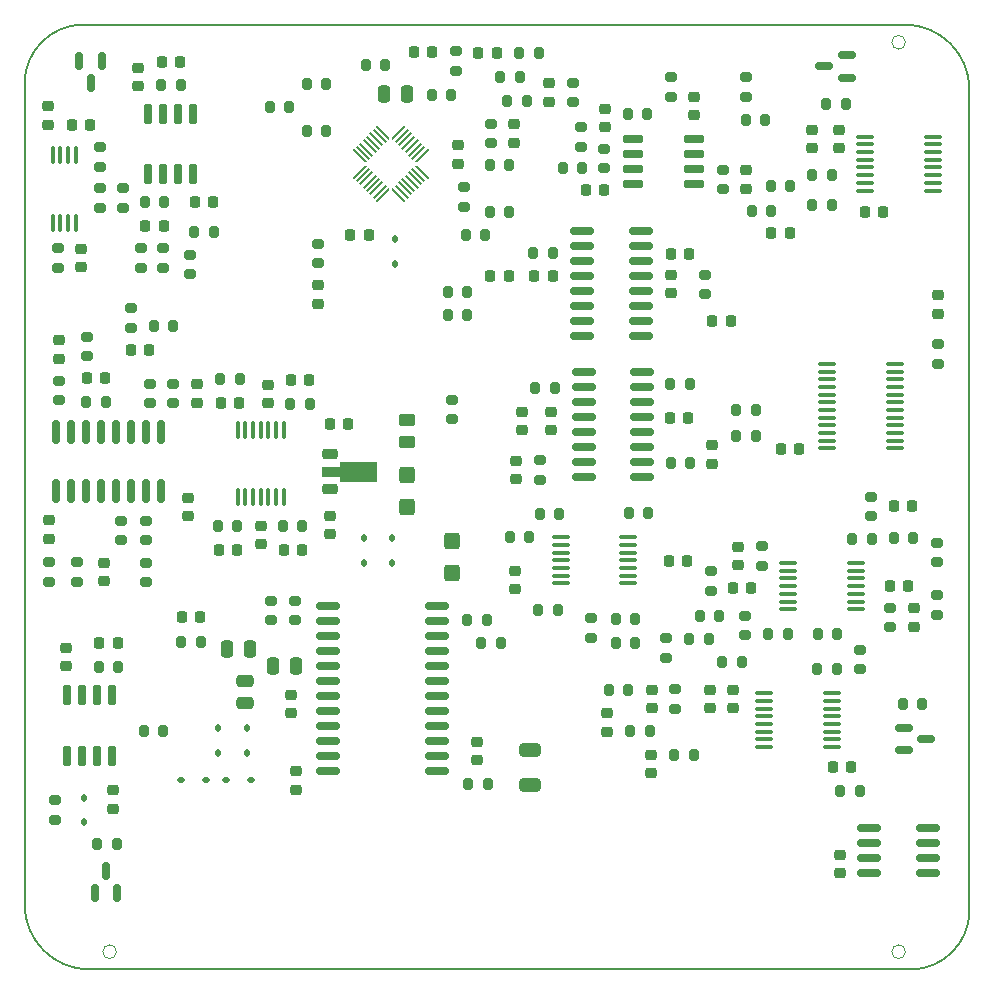
<source format=gbr>
G04 #@! TF.GenerationSoftware,KiCad,Pcbnew,7.0.11*
G04 #@! TF.CreationDate,2025-03-07T23:09:17-08:00*
G04 #@! TF.ProjectId,z5524,7a353532-342e-46b6-9963-61645f706362,0.4*
G04 #@! TF.SameCoordinates,PX3d83120PY6590fa0*
G04 #@! TF.FileFunction,Paste,Top*
G04 #@! TF.FilePolarity,Positive*
%FSLAX46Y46*%
G04 Gerber Fmt 4.6, Leading zero omitted, Abs format (unit mm)*
G04 Created by KiCad (PCBNEW 7.0.11) date 2025-03-07 23:09:17*
%MOMM*%
%LPD*%
G01*
G04 APERTURE LIST*
G04 Aperture macros list*
%AMRoundRect*
0 Rectangle with rounded corners*
0 $1 Rounding radius*
0 $2 $3 $4 $5 $6 $7 $8 $9 X,Y pos of 4 corners*
0 Add a 4 corners polygon primitive as box body*
4,1,4,$2,$3,$4,$5,$6,$7,$8,$9,$2,$3,0*
0 Add four circle primitives for the rounded corners*
1,1,$1+$1,$2,$3*
1,1,$1+$1,$4,$5*
1,1,$1+$1,$6,$7*
1,1,$1+$1,$8,$9*
0 Add four rect primitives between the rounded corners*
20,1,$1+$1,$2,$3,$4,$5,0*
20,1,$1+$1,$4,$5,$6,$7,0*
20,1,$1+$1,$6,$7,$8,$9,0*
20,1,$1+$1,$8,$9,$2,$3,0*%
%AMFreePoly0*
4,1,14,0.314644,0.085355,0.385355,0.014644,0.400000,-0.020711,0.400000,-0.050000,0.385355,-0.085355,0.350000,-0.100000,-1.100000,-0.100000,-1.135355,-0.085355,-1.150000,-0.050000,-1.150000,0.050000,-1.135355,0.085355,-1.100000,0.100000,0.279289,0.100000,0.314644,0.085355,0.314644,0.085355,$1*%
%AMFreePoly1*
4,1,14,0.385355,0.085355,0.400000,0.050000,0.400000,0.020711,0.385356,-0.014645,0.314644,-0.085355,0.279289,-0.100000,-1.100000,-0.100000,-1.135355,-0.085355,-1.150000,-0.050000,-1.150000,0.050000,-1.135355,0.085355,-1.100000,0.100000,0.350000,0.100000,0.385355,0.085355,0.385355,0.085355,$1*%
%AMFreePoly2*
4,1,14,0.085355,0.385355,0.100000,0.350000,0.100000,-1.100000,0.085355,-1.135355,0.050000,-1.150000,-0.050000,-1.150000,-0.085355,-1.135355,-0.100000,-1.100000,-0.100000,0.279289,-0.085355,0.314644,-0.014645,0.385356,0.020711,0.400000,0.050000,0.400000,0.085355,0.385355,0.085355,0.385355,$1*%
%AMFreePoly3*
4,1,14,0.014644,0.385355,0.085355,0.314644,0.100000,0.279289,0.100000,-1.100000,0.085355,-1.135355,0.050000,-1.150000,-0.050000,-1.150000,-0.085355,-1.135355,-0.100000,-1.100000,-0.100000,0.350000,-0.085355,0.385355,-0.050000,0.400000,-0.020711,0.400000,0.014644,0.385355,0.014644,0.385355,$1*%
%AMFreePoly4*
4,1,14,1.135355,0.085355,1.150000,0.050000,1.150000,-0.050000,1.135355,-0.085355,1.100000,-0.100000,-0.279289,-0.100000,-0.314646,-0.085355,-0.385355,-0.014644,-0.400000,0.020711,-0.400000,0.050000,-0.385355,0.085355,-0.350000,0.100000,1.100000,0.100000,1.135355,0.085355,1.135355,0.085355,$1*%
%AMFreePoly5*
4,1,14,1.135355,0.085355,1.150000,0.050000,1.150000,-0.050000,1.135355,-0.085355,1.100000,-0.100000,-0.350000,-0.100000,-0.385355,-0.085355,-0.400000,-0.050000,-0.400000,-0.020711,-0.385355,0.014644,-0.314646,0.085355,-0.279289,0.100000,1.100000,0.100000,1.135355,0.085355,1.135355,0.085355,$1*%
%AMFreePoly6*
4,1,14,0.085355,1.135355,0.100000,1.100000,0.100000,-0.279289,0.085355,-0.314646,0.014644,-0.385355,-0.020711,-0.400000,-0.050000,-0.400000,-0.085355,-0.385355,-0.100000,-0.350000,-0.100000,1.100000,-0.085355,1.135355,-0.050000,1.150000,0.050000,1.150000,0.085355,1.135355,0.085355,1.135355,$1*%
%AMFreePoly7*
4,1,14,0.085355,1.135355,0.100000,1.100000,0.100000,-0.350000,0.085355,-0.385355,0.050000,-0.400000,0.020711,-0.400000,-0.014645,-0.385356,-0.085355,-0.314644,-0.100000,-0.279289,-0.100000,1.100000,-0.085355,1.135355,-0.050000,1.150000,0.050000,1.150000,0.085355,1.135355,0.085355,1.135355,$1*%
%AMFreePoly8*
4,1,9,3.862500,-0.866500,0.737500,-0.866500,0.737500,-0.450000,-0.737500,-0.450000,-0.737500,0.450000,0.737500,0.450000,0.737500,0.866500,3.862500,0.866500,3.862500,-0.866500,3.862500,-0.866500,$1*%
G04 Aperture macros list end*
%ADD10RoundRect,0.225000X0.250000X-0.225000X0.250000X0.225000X-0.250000X0.225000X-0.250000X-0.225000X0*%
%ADD11RoundRect,0.200000X-0.275000X0.200000X-0.275000X-0.200000X0.275000X-0.200000X0.275000X0.200000X0*%
%ADD12RoundRect,0.225000X-0.225000X-0.250000X0.225000X-0.250000X0.225000X0.250000X-0.225000X0.250000X0*%
%ADD13RoundRect,0.100000X0.637500X0.100000X-0.637500X0.100000X-0.637500X-0.100000X0.637500X-0.100000X0*%
%ADD14RoundRect,0.100000X-0.637500X-0.100000X0.637500X-0.100000X0.637500X0.100000X-0.637500X0.100000X0*%
%ADD15RoundRect,0.218750X0.256250X-0.218750X0.256250X0.218750X-0.256250X0.218750X-0.256250X-0.218750X0*%
%ADD16RoundRect,0.225000X-0.250000X0.225000X-0.250000X-0.225000X0.250000X-0.225000X0.250000X0.225000X0*%
%ADD17RoundRect,0.150000X-0.150000X0.825000X-0.150000X-0.825000X0.150000X-0.825000X0.150000X0.825000X0*%
%ADD18RoundRect,0.150000X0.825000X0.150000X-0.825000X0.150000X-0.825000X-0.150000X0.825000X-0.150000X0*%
%ADD19RoundRect,0.112500X-0.112500X0.187500X-0.112500X-0.187500X0.112500X-0.187500X0.112500X0.187500X0*%
%ADD20RoundRect,0.150000X0.150000X-0.725000X0.150000X0.725000X-0.150000X0.725000X-0.150000X-0.725000X0*%
%ADD21RoundRect,0.200000X0.200000X0.275000X-0.200000X0.275000X-0.200000X-0.275000X0.200000X-0.275000X0*%
%ADD22RoundRect,0.225000X0.225000X0.250000X-0.225000X0.250000X-0.225000X-0.250000X0.225000X-0.250000X0*%
%ADD23FreePoly0,135.000000*%
%ADD24RoundRect,0.050000X0.548008X-0.477297X-0.477297X0.548008X-0.548008X0.477297X0.477297X-0.548008X0*%
%ADD25FreePoly1,135.000000*%
%ADD26FreePoly2,135.000000*%
%ADD27RoundRect,0.050000X0.548008X0.477297X0.477297X0.548008X-0.548008X-0.477297X-0.477297X-0.548008X0*%
%ADD28FreePoly3,135.000000*%
%ADD29FreePoly4,135.000000*%
%ADD30FreePoly5,135.000000*%
%ADD31FreePoly6,135.000000*%
%ADD32FreePoly7,135.000000*%
%ADD33RoundRect,0.200000X-0.200000X-0.275000X0.200000X-0.275000X0.200000X0.275000X-0.200000X0.275000X0*%
%ADD34RoundRect,0.150000X0.150000X-0.587500X0.150000X0.587500X-0.150000X0.587500X-0.150000X-0.587500X0*%
%ADD35RoundRect,0.200000X0.275000X-0.200000X0.275000X0.200000X-0.275000X0.200000X-0.275000X-0.200000X0*%
%ADD36RoundRect,0.150000X0.725000X0.150000X-0.725000X0.150000X-0.725000X-0.150000X0.725000X-0.150000X0*%
%ADD37RoundRect,0.100000X-0.100000X0.637500X-0.100000X-0.637500X0.100000X-0.637500X0.100000X0.637500X0*%
%ADD38RoundRect,0.112500X0.187500X0.112500X-0.187500X0.112500X-0.187500X-0.112500X0.187500X-0.112500X0*%
%ADD39RoundRect,0.250000X-0.650000X0.325000X-0.650000X-0.325000X0.650000X-0.325000X0.650000X0.325000X0*%
%ADD40RoundRect,0.250000X0.450000X-0.262500X0.450000X0.262500X-0.450000X0.262500X-0.450000X-0.262500X0*%
%ADD41RoundRect,0.150000X-0.825000X-0.150000X0.825000X-0.150000X0.825000X0.150000X-0.825000X0.150000X0*%
%ADD42RoundRect,0.100000X0.100000X-0.637500X0.100000X0.637500X-0.100000X0.637500X-0.100000X-0.637500X0*%
%ADD43RoundRect,0.150000X-0.150000X0.587500X-0.150000X-0.587500X0.150000X-0.587500X0.150000X0.587500X0*%
%ADD44RoundRect,0.250000X0.250000X0.475000X-0.250000X0.475000X-0.250000X-0.475000X0.250000X-0.475000X0*%
%ADD45RoundRect,0.112500X0.112500X-0.187500X0.112500X0.187500X-0.112500X0.187500X-0.112500X-0.187500X0*%
%ADD46RoundRect,0.250000X0.425000X-0.450000X0.425000X0.450000X-0.425000X0.450000X-0.425000X-0.450000X0*%
%ADD47RoundRect,0.150000X-0.587500X-0.150000X0.587500X-0.150000X0.587500X0.150000X-0.587500X0.150000X0*%
%ADD48RoundRect,0.250000X-0.475000X0.250000X-0.475000X-0.250000X0.475000X-0.250000X0.475000X0.250000X0*%
%ADD49RoundRect,0.150000X0.875000X0.150000X-0.875000X0.150000X-0.875000X-0.150000X0.875000X-0.150000X0*%
%ADD50RoundRect,0.225000X-0.425000X-0.225000X0.425000X-0.225000X0.425000X0.225000X-0.425000X0.225000X0*%
%ADD51FreePoly8,0.000000*%
%ADD52RoundRect,0.150000X0.587500X0.150000X-0.587500X0.150000X-0.587500X-0.150000X0.587500X-0.150000X0*%
%ADD53RoundRect,0.150000X-0.150000X0.725000X-0.150000X-0.725000X0.150000X-0.725000X0.150000X0.725000X0*%
G04 #@! TA.AperFunction,Profile*
%ADD54C,0.150000*%
G04 #@! TD*
G04 #@! TA.AperFunction,Profile*
%ADD55C,0.050000*%
G04 #@! TD*
G04 APERTURE END LIST*
D10*
X58900000Y23745000D03*
X58900000Y25295000D03*
X60900000Y23745000D03*
X60900000Y25295000D03*
D11*
X21800000Y32825000D03*
X21800000Y31175000D03*
D12*
X64925000Y45700000D03*
X66475000Y45700000D03*
D13*
X74562500Y45725000D03*
X74562500Y46375000D03*
X74562500Y47025000D03*
X74562500Y47675000D03*
X74562500Y48325000D03*
X74562500Y48975000D03*
X74562500Y49625000D03*
X74562500Y50275000D03*
X74562500Y50925000D03*
X74562500Y51575000D03*
X74562500Y52225000D03*
X74562500Y52875000D03*
X68837500Y52875000D03*
X68837500Y52225000D03*
X68837500Y51575000D03*
X68837500Y50925000D03*
X68837500Y50275000D03*
X68837500Y49625000D03*
X68837500Y48975000D03*
X68837500Y48325000D03*
X68837500Y47675000D03*
X68837500Y47025000D03*
X68837500Y46375000D03*
X68837500Y45725000D03*
D14*
X63537500Y24975000D03*
X63537500Y24325000D03*
X63537500Y23675000D03*
X63537500Y23025000D03*
X63537500Y22375000D03*
X63537500Y21725000D03*
X63537500Y21075000D03*
X63537500Y20425000D03*
X69262500Y20425000D03*
X69262500Y21075000D03*
X69262500Y21725000D03*
X69262500Y22375000D03*
X69262500Y23025000D03*
X69262500Y23675000D03*
X69262500Y24325000D03*
X69262500Y24975000D03*
D11*
X78200000Y54525000D03*
X78200000Y52875000D03*
D15*
X78200000Y57112500D03*
X78200000Y58687500D03*
D16*
X69900000Y11275000D03*
X69900000Y9725000D03*
D17*
X12445000Y47075000D03*
X11175000Y47075000D03*
X9905000Y47075000D03*
X8635000Y47075000D03*
X7365000Y47075000D03*
X6095000Y47075000D03*
X4825000Y47075000D03*
X3555000Y47075000D03*
X3555000Y42125000D03*
X4825000Y42125000D03*
X6095000Y42125000D03*
X7365000Y42125000D03*
X8635000Y42125000D03*
X9905000Y42125000D03*
X11175000Y42125000D03*
X12445000Y42125000D03*
D10*
X21500000Y49525000D03*
X21500000Y51075000D03*
D18*
X77375000Y9795000D03*
X77375000Y11065000D03*
X77375000Y12335000D03*
X77375000Y13605000D03*
X72425000Y13605000D03*
X72425000Y12335000D03*
X72425000Y11065000D03*
X72425000Y9795000D03*
D19*
X17300000Y22050000D03*
X17300000Y19950000D03*
D20*
X11325000Y68905000D03*
X12595000Y68905000D03*
X13865000Y68905000D03*
X15135000Y68905000D03*
X15135000Y74055000D03*
X13865000Y74055000D03*
X12595000Y74055000D03*
X11325000Y74055000D03*
D16*
X37600000Y71375000D03*
X37600000Y69825000D03*
D10*
X25775000Y57975000D03*
X25775000Y59525000D03*
D19*
X29600000Y38150000D03*
X29600000Y36050000D03*
D21*
X39925000Y63800000D03*
X38275000Y63800000D03*
D22*
X14075000Y78450000D03*
X12525000Y78450000D03*
D23*
X32288909Y67431192D03*
D24*
X32836916Y67448870D03*
X33119759Y67731713D03*
X33402602Y68014555D03*
X33685445Y68297398D03*
X33968287Y68580241D03*
X34251130Y68863084D03*
D25*
X34268808Y69411091D03*
D26*
X34268808Y70188909D03*
D27*
X34251130Y70736916D03*
X33968287Y71019759D03*
X33685445Y71302602D03*
X33402602Y71585445D03*
X33119759Y71868287D03*
X32836916Y72151130D03*
D28*
X32288909Y72168808D03*
D29*
X31511091Y72168808D03*
D24*
X30963084Y72151130D03*
X30680241Y71868287D03*
X30397398Y71585445D03*
X30114555Y71302602D03*
X29831713Y71019759D03*
X29548870Y70736916D03*
D30*
X29531192Y70188909D03*
D31*
X29531192Y69411091D03*
D27*
X29548870Y68863084D03*
X29831713Y68580241D03*
X30114555Y68297398D03*
X30397398Y68014555D03*
X30680241Y67731713D03*
X30963084Y67448870D03*
D32*
X31511091Y67431192D03*
D33*
X67575000Y68900000D03*
X69225000Y68900000D03*
D16*
X59100000Y45975000D03*
X59100000Y44425000D03*
D33*
X41175000Y77200000D03*
X42825000Y77200000D03*
D11*
X25750000Y63049998D03*
X25750000Y61399998D03*
D21*
X62825000Y46800000D03*
X61175000Y46800000D03*
D34*
X6850000Y8062500D03*
X8750000Y8062500D03*
X7800000Y9937500D03*
D35*
X11200000Y37925000D03*
X11200000Y39575000D03*
D11*
X78150000Y37725000D03*
X78150000Y36075000D03*
D33*
X74475000Y38100000D03*
X76125000Y38100000D03*
X67575000Y66300000D03*
X69225000Y66300000D03*
D35*
X37100000Y48175000D03*
X37100000Y49825000D03*
D22*
X15775000Y31400000D03*
X14225000Y31400000D03*
D21*
X52025000Y25300000D03*
X50375000Y25300000D03*
X57575000Y19750000D03*
X55925000Y19750000D03*
D14*
X72087500Y72100000D03*
X72087500Y71450000D03*
X72087500Y70800000D03*
X72087500Y70150000D03*
X72087500Y69500000D03*
X72087500Y68850000D03*
X72087500Y68200000D03*
X72087500Y67550000D03*
X77812500Y67550000D03*
X77812500Y68200000D03*
X77812500Y68850000D03*
X77812500Y69500000D03*
X77812500Y70150000D03*
X77812500Y70800000D03*
X77812500Y71450000D03*
X77812500Y72100000D03*
D33*
X11825000Y56075000D03*
X13475000Y56075000D03*
D12*
X26725000Y47750000D03*
X28275000Y47750000D03*
D21*
X41925000Y69700000D03*
X40275000Y69700000D03*
D11*
X37425000Y79325000D03*
X37425000Y77675000D03*
D12*
X55475000Y36200000D03*
X57025000Y36200000D03*
D35*
X5300000Y34425000D03*
X5300000Y36075000D03*
D33*
X40275000Y65699998D03*
X41925000Y65699998D03*
X51975000Y74000000D03*
X53625000Y74000000D03*
X6125000Y49650000D03*
X7775000Y49650000D03*
D36*
X57575000Y68095000D03*
X57575000Y69365000D03*
X57575000Y70635000D03*
X57575000Y71905000D03*
X52425000Y71905000D03*
X52425000Y70635000D03*
X52425000Y69365000D03*
X52425000Y68095000D03*
D12*
X55525000Y48300000D03*
X57075000Y48300000D03*
D10*
X3800000Y53325000D03*
X3800000Y54875000D03*
D16*
X45500000Y48825000D03*
X45500000Y47275000D03*
D33*
X21675000Y74600000D03*
X23325000Y74600000D03*
X39575000Y29200000D03*
X41225000Y29200000D03*
D22*
X18875000Y37150000D03*
X17325000Y37150000D03*
D10*
X23900000Y16825000D03*
X23900000Y18375000D03*
D33*
X7075000Y12200000D03*
X8725000Y12200000D03*
D21*
X65525000Y30000000D03*
X63875000Y30000000D03*
D10*
X54000000Y23725000D03*
X54000000Y25275000D03*
D35*
X9200000Y66075000D03*
X9200000Y67725000D03*
D10*
X4400000Y27250000D03*
X4400000Y28800000D03*
D33*
X68767500Y74860000D03*
X70417500Y74860000D03*
D11*
X48000000Y72905000D03*
X48000000Y71255000D03*
X23800000Y32825000D03*
X23800000Y31175000D03*
D10*
X14750000Y39975000D03*
X14750000Y41525000D03*
X7600000Y34475000D03*
X7600000Y36025000D03*
D12*
X74525000Y40800000D03*
X76075000Y40800000D03*
D21*
X26425000Y76600000D03*
X24775000Y76600000D03*
D35*
X61900000Y29875000D03*
X61900000Y31525000D03*
X44500000Y43075000D03*
X44500000Y44725000D03*
D12*
X9875000Y54075000D03*
X11425000Y54075000D03*
D16*
X76200000Y32175000D03*
X76200000Y30625000D03*
D37*
X22850000Y47312500D03*
X22200000Y47312500D03*
X21550000Y47312500D03*
X20900000Y47312500D03*
X20250000Y47312500D03*
X19600000Y47312500D03*
X18950000Y47312500D03*
X18950000Y41587500D03*
X19600000Y41587500D03*
X20250000Y41587500D03*
X20900000Y41587500D03*
X21550000Y41587500D03*
X22200000Y41587500D03*
X22850000Y41587500D03*
D22*
X75725000Y34100000D03*
X74175000Y34100000D03*
D35*
X9900000Y55950000D03*
X9900000Y57600000D03*
D21*
X38375000Y58950000D03*
X36725000Y58950000D03*
D38*
X16250000Y17600000D03*
X14150000Y17600000D03*
D19*
X32250000Y63450000D03*
X32250000Y61350000D03*
D35*
X74200000Y30575000D03*
X74200000Y32225000D03*
D21*
X72625000Y38050000D03*
X70975000Y38050000D03*
D12*
X22825000Y37150000D03*
X24375000Y37150000D03*
D11*
X11500000Y51175000D03*
X11500000Y49525000D03*
D10*
X50250000Y21725000D03*
X50250000Y23275000D03*
D39*
X43700000Y20175000D03*
X43700000Y17225000D03*
D21*
X53687500Y40250000D03*
X52037500Y40250000D03*
D40*
X33300000Y46287500D03*
X33300000Y48112500D03*
D41*
X48125000Y64150000D03*
X48125000Y62880000D03*
X48125000Y61610000D03*
X48125000Y60340000D03*
X48125000Y59070000D03*
X48125000Y57800000D03*
X48125000Y56530000D03*
X48125000Y55260000D03*
X53075000Y55260000D03*
X53075000Y56530000D03*
X53075000Y57800000D03*
X53075000Y59070000D03*
X53075000Y60340000D03*
X53075000Y61610000D03*
X53075000Y62880000D03*
X53075000Y64150000D03*
D22*
X12675000Y64550000D03*
X11125000Y64550000D03*
D11*
X13500000Y51175000D03*
X13500000Y49525000D03*
D16*
X62000000Y69255000D03*
X62000000Y67705000D03*
D42*
X3275000Y64837500D03*
X3925000Y64837500D03*
X4575000Y64837500D03*
X5225000Y64837500D03*
X5225000Y70562500D03*
X4575000Y70562500D03*
X3925000Y70562500D03*
X3275000Y70562500D03*
D21*
X40025000Y31200000D03*
X38375000Y31200000D03*
D33*
X68025000Y27000000D03*
X69675000Y27000000D03*
D43*
X7450000Y78537500D03*
X5550000Y78537500D03*
X6500000Y76662500D03*
D21*
X63625000Y73500000D03*
X61975000Y73500000D03*
D33*
X58075000Y31500000D03*
X59725000Y31500000D03*
D44*
X23850000Y27300000D03*
X21950000Y27300000D03*
D11*
X55200000Y29625000D03*
X55200000Y27975000D03*
D35*
X6200000Y53525000D03*
X6200000Y55175000D03*
D45*
X19700000Y19950000D03*
X19700000Y22050000D03*
X5900000Y14050000D03*
X5900000Y16150000D03*
D10*
X69850000Y71150000D03*
X69850000Y72700000D03*
D46*
X33300000Y40750000D03*
X33300000Y43450000D03*
D11*
X38100000Y67824998D03*
X38100000Y66174998D03*
D44*
X33250000Y75700000D03*
X31350000Y75700000D03*
D47*
X75362500Y22050000D03*
X75362500Y20150000D03*
X77237500Y21100000D03*
D11*
X3800000Y51425000D03*
X3800000Y49775000D03*
D21*
X61625000Y27600000D03*
X59975000Y27600000D03*
D22*
X24975000Y51500000D03*
X23425000Y51500000D03*
D46*
X37100000Y35150000D03*
X37100000Y37850000D03*
D33*
X75275000Y24100000D03*
X76925000Y24100000D03*
D35*
X7300000Y66075000D03*
X7300000Y67725000D03*
D16*
X20900000Y39175000D03*
X20900000Y37625000D03*
D11*
X3700000Y62675000D03*
X3700000Y61025000D03*
D21*
X62825000Y49000000D03*
X61175000Y49000000D03*
D16*
X42400000Y35375000D03*
X42400000Y33825000D03*
D22*
X16875000Y66550000D03*
X15325000Y66550000D03*
D16*
X26800000Y40025000D03*
X26800000Y38475000D03*
D35*
X56000000Y23675000D03*
X56000000Y25325000D03*
D11*
X48900000Y31325000D03*
X48900000Y29675000D03*
D21*
X40125000Y17300000D03*
X38475000Y17300000D03*
D12*
X7225000Y29225000D03*
X8775000Y29225000D03*
D48*
X19600000Y26050000D03*
X19600000Y24150000D03*
D33*
X7175000Y27225000D03*
X8825000Y27225000D03*
D21*
X52625000Y31250000D03*
X50975000Y31250000D03*
X26425000Y72600000D03*
X24775000Y72600000D03*
D11*
X11200000Y36025000D03*
X11200000Y34375000D03*
D22*
X19075000Y49550000D03*
X17525000Y49550000D03*
D21*
X69725000Y30000000D03*
X68075000Y30000000D03*
D10*
X50025000Y72930000D03*
X50025000Y74480000D03*
D16*
X55650000Y60380000D03*
X55650000Y58830000D03*
D10*
X43000000Y47275000D03*
X43000000Y48825000D03*
D22*
X35400000Y79300000D03*
X33850000Y79300000D03*
D49*
X35850000Y18415000D03*
X35850000Y19685000D03*
X35850000Y20955000D03*
X35850000Y22225000D03*
X35850000Y23495000D03*
X35850000Y24765000D03*
X35850000Y26035000D03*
X35850000Y27305000D03*
X35850000Y28575000D03*
X35850000Y29845000D03*
X35850000Y31115000D03*
X35850000Y32385000D03*
X26550000Y32385000D03*
X26550000Y31115000D03*
X26550000Y29845000D03*
X26550000Y28575000D03*
X26550000Y27305000D03*
X26550000Y26035000D03*
X26550000Y24765000D03*
X26550000Y23495000D03*
X26550000Y22225000D03*
X26550000Y20955000D03*
X26550000Y19685000D03*
X26550000Y18415000D03*
D10*
X67600000Y71150000D03*
X67600000Y72700000D03*
D35*
X14900000Y60475000D03*
X14900000Y62125000D03*
X60000000Y67655000D03*
X60000000Y69305000D03*
D14*
X65537500Y36000000D03*
X65537500Y35350000D03*
X65537500Y34700000D03*
X65537500Y34050000D03*
X65537500Y33400000D03*
X65537500Y32750000D03*
X65537500Y32100000D03*
X71262500Y32100000D03*
X71262500Y32750000D03*
X71262500Y33400000D03*
X71262500Y34050000D03*
X71262500Y34700000D03*
X71262500Y35350000D03*
X71262500Y36000000D03*
D44*
X19950000Y28700000D03*
X18050000Y28700000D03*
D33*
X17275000Y39150000D03*
X18925000Y39150000D03*
D21*
X37025000Y75600000D03*
X35375000Y75600000D03*
D16*
X53900000Y19775000D03*
X53900000Y18225000D03*
D35*
X7300000Y69575000D03*
X7300000Y71225000D03*
D33*
X23375000Y49500000D03*
X25025000Y49500000D03*
D10*
X10500000Y76375000D03*
X10500000Y77925000D03*
D33*
X64075000Y67900000D03*
X65725000Y67900000D03*
X42775000Y79200000D03*
X44425000Y79200000D03*
X22775000Y39150000D03*
X24425000Y39150000D03*
D22*
X49975000Y67580000D03*
X48425000Y67580000D03*
D12*
X40325000Y60300000D03*
X41875000Y60300000D03*
D33*
X10975000Y21800000D03*
X12625000Y21800000D03*
D21*
X14125000Y76450000D03*
X12475000Y76450000D03*
D33*
X44125000Y50850000D03*
X45775000Y50850000D03*
D21*
X46025000Y32050000D03*
X44375000Y32050000D03*
D33*
X29775000Y78200000D03*
X31425000Y78200000D03*
D16*
X3000000Y39625000D03*
X3000000Y38075000D03*
X8400000Y16775000D03*
X8400000Y15225000D03*
D10*
X57600000Y73905000D03*
X57600000Y75455000D03*
D22*
X40875000Y79200000D03*
X39325000Y79200000D03*
D16*
X5700000Y62625000D03*
X5700000Y61075000D03*
D33*
X46475000Y69480000D03*
X48125000Y69480000D03*
D11*
X71625000Y28650000D03*
X71625000Y27000000D03*
D16*
X42500000Y44675000D03*
X42500000Y43125000D03*
D35*
X59000000Y33675000D03*
X59000000Y35325000D03*
D50*
X26750000Y45250000D03*
D51*
X26837500Y43750000D03*
D50*
X26750000Y42250000D03*
D35*
X78150000Y31625000D03*
X78150000Y33275000D03*
D11*
X62000000Y77125000D03*
X62000000Y75475000D03*
D10*
X45300000Y75075000D03*
X45300000Y76625000D03*
D33*
X62475000Y65800000D03*
X64125000Y65800000D03*
D16*
X23500000Y24875000D03*
X23500000Y23325000D03*
D12*
X6175000Y51650000D03*
X7725000Y51650000D03*
D33*
X41775000Y75100000D03*
X43425000Y75100000D03*
D12*
X69325000Y18700000D03*
X70875000Y18700000D03*
D10*
X2900000Y73125000D03*
X2900000Y74675000D03*
D22*
X6425000Y73100000D03*
X4875000Y73100000D03*
D12*
X60875000Y33900000D03*
X62425000Y33900000D03*
X72025000Y65700000D03*
X73575000Y65700000D03*
D19*
X32000000Y38150000D03*
X32000000Y36050000D03*
D33*
X50975000Y29200000D03*
X52625000Y29200000D03*
D10*
X39200000Y19325000D03*
X39200000Y20875000D03*
D21*
X57225000Y51150000D03*
X55575000Y51150000D03*
D38*
X20050000Y17600000D03*
X17950000Y17600000D03*
D33*
X17475000Y51550000D03*
X19125000Y51550000D03*
D12*
X28475000Y63750000D03*
X30025000Y63750000D03*
D33*
X43975000Y62300000D03*
X45625000Y62300000D03*
X69975000Y16700000D03*
X71625000Y16700000D03*
X44537500Y40150000D03*
X46187500Y40150000D03*
D11*
X72600000Y41625000D03*
X72600000Y39975000D03*
D21*
X38375000Y57000000D03*
X36725000Y57000000D03*
D11*
X40350000Y73200000D03*
X40350000Y71550000D03*
D21*
X53825000Y21750000D03*
X52175000Y21750000D03*
D35*
X10750000Y61025000D03*
X10750000Y62675000D03*
D12*
X64125000Y63920000D03*
X65675000Y63920000D03*
D35*
X3500000Y14275000D03*
X3500000Y15925000D03*
D21*
X57275000Y44450000D03*
X55625000Y44450000D03*
D52*
X70500000Y77100000D03*
X70500000Y79000000D03*
X68625000Y78050000D03*
D13*
X52025000Y34300000D03*
X52025000Y34950000D03*
X52025000Y35600000D03*
X52025000Y36250000D03*
X52025000Y36900000D03*
X52025000Y37550000D03*
X52025000Y38200000D03*
X46300000Y38200000D03*
X46300000Y37550000D03*
X46300000Y36900000D03*
X46300000Y36250000D03*
X46300000Y35600000D03*
X46300000Y34950000D03*
X46300000Y34300000D03*
D22*
X60675000Y56500000D03*
X59125000Y56500000D03*
D16*
X15500000Y51125000D03*
X15500000Y49575000D03*
X42300000Y73150000D03*
X42300000Y71600000D03*
D21*
X58825000Y29600000D03*
X57175000Y29600000D03*
D35*
X47300000Y75025000D03*
X47300000Y76675000D03*
D33*
X14175000Y29300000D03*
X15825000Y29300000D03*
D35*
X63300000Y35775000D03*
X63300000Y37425000D03*
D41*
X48225000Y52145000D03*
X48225000Y50875000D03*
X48225000Y49605000D03*
X48225000Y48335000D03*
X48225000Y47065000D03*
X48225000Y45795000D03*
X48225000Y44525000D03*
X48225000Y43255000D03*
X53175000Y43255000D03*
X53175000Y44525000D03*
X53175000Y45795000D03*
X53175000Y47065000D03*
X53175000Y48335000D03*
X53175000Y49605000D03*
X53175000Y50875000D03*
X53175000Y52145000D03*
D35*
X9100000Y37925000D03*
X9100000Y39575000D03*
D12*
X55625000Y62200000D03*
X57175000Y62200000D03*
D21*
X12725000Y66550000D03*
X11075000Y66550000D03*
D33*
X41975000Y38200000D03*
X43625000Y38200000D03*
D21*
X16925000Y64000000D03*
X15275000Y64000000D03*
D35*
X55600000Y75475000D03*
X55600000Y77125000D03*
D11*
X58500000Y60425000D03*
X58500000Y58775000D03*
D10*
X61300000Y35825000D03*
X61300000Y37375000D03*
D35*
X50000000Y69455000D03*
X50000000Y71105000D03*
D53*
X8305000Y24800000D03*
X7035000Y24800000D03*
X5765000Y24800000D03*
X4495000Y24800000D03*
X4495000Y19650000D03*
X5765000Y19650000D03*
X7035000Y19650000D03*
X8305000Y19650000D03*
D11*
X3000000Y36075000D03*
X3000000Y34425000D03*
D35*
X12650000Y61025000D03*
X12650000Y62675000D03*
D12*
X44050000Y60300000D03*
X45600000Y60300000D03*
D54*
X900000Y7100000D02*
G75*
G03*
X6400000Y1600000I5500000J0D01*
G01*
X75900000Y1600000D02*
G75*
G03*
X80900000Y6600000I0J5000000D01*
G01*
X75900000Y1600000D02*
X6400000Y1600000D01*
X5900000Y81600000D02*
G75*
G03*
X900000Y76600000I0J-5000000D01*
G01*
X80900000Y76100000D02*
G75*
G03*
X75400000Y81600000I-5500000J0D01*
G01*
X5900000Y81600000D02*
X75400000Y81600000D01*
X80900000Y6600000D02*
X80900000Y76100000D01*
X900000Y76600000D02*
X900000Y7100000D01*
D55*
X8676000Y3100000D02*
G75*
G03*
X7524000Y3100000I-576000J0D01*
G01*
X7524000Y3100000D02*
G75*
G03*
X8676000Y3100000I576000J0D01*
G01*
X75476000Y80100000D02*
G75*
G03*
X74324000Y80100000I-576000J0D01*
G01*
X74324000Y80100000D02*
G75*
G03*
X75476000Y80100000I576000J0D01*
G01*
X75476000Y3100000D02*
G75*
G03*
X74324000Y3100000I-576000J0D01*
G01*
X74324000Y3100000D02*
G75*
G03*
X75476000Y3100000I576000J0D01*
G01*
M02*

</source>
